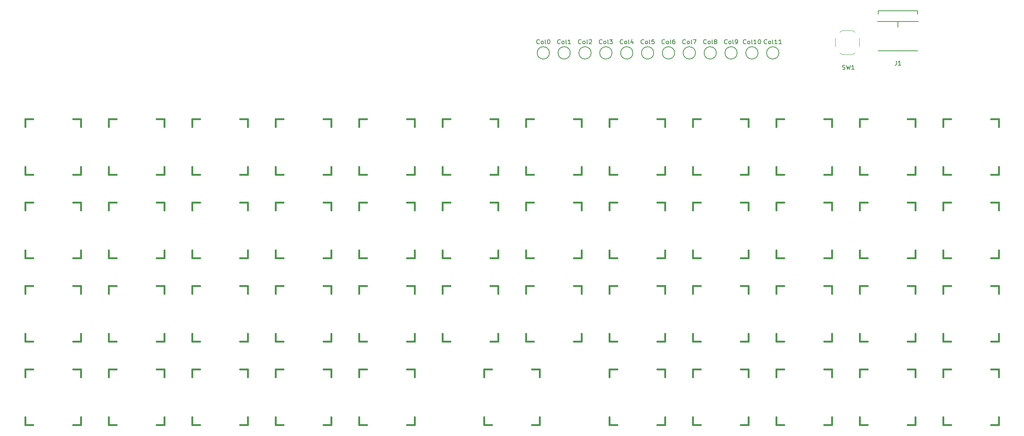
<source format=gbr>
G04 #@! TF.GenerationSoftware,KiCad,Pcbnew,(5.1.0)-1*
G04 #@! TF.CreationDate,2020-08-28T07:36:50-04:00*
G04 #@! TF.ProjectId,keyboard,6b657962-6f61-4726-942e-6b696361645f,rev?*
G04 #@! TF.SameCoordinates,Original*
G04 #@! TF.FileFunction,Legend,Top*
G04 #@! TF.FilePolarity,Positive*
%FSLAX46Y46*%
G04 Gerber Fmt 4.6, Leading zero omitted, Abs format (unit mm)*
G04 Created by KiCad (PCBNEW (5.1.0)-1) date 2020-08-28 07:36:50*
%MOMM*%
%LPD*%
G04 APERTURE LIST*
%ADD10C,0.150000*%
%ADD11C,0.381000*%
%ADD12C,0.120000*%
G04 APERTURE END LIST*
D10*
X226081250Y-30956250D02*
X216831250Y-30956250D01*
X225931250Y-37616250D02*
X216981250Y-37616250D01*
X216976250Y-29206250D02*
X216981250Y-28446250D01*
X225931250Y-28446250D02*
X216981250Y-28446250D01*
X225931250Y-28446250D02*
X225936250Y-29206250D01*
X221456250Y-30956250D02*
X221456250Y-32226250D01*
D11*
X22225000Y-54959250D02*
X22225000Y-53181250D01*
X22225000Y-65881250D02*
X22225000Y-64103250D01*
X24003000Y-65881250D02*
X22225000Y-65881250D01*
X34925000Y-65881250D02*
X33147000Y-65881250D01*
X34925000Y-64103250D02*
X34925000Y-65881250D01*
X34925000Y-53181250D02*
X34925000Y-54959250D01*
X33147000Y-53181250D02*
X34925000Y-53181250D01*
X22225000Y-53181250D02*
X24003000Y-53181250D01*
X41275000Y-53181250D02*
X43053000Y-53181250D01*
X52197000Y-53181250D02*
X53975000Y-53181250D01*
X53975000Y-53181250D02*
X53975000Y-54959250D01*
X53975000Y-64103250D02*
X53975000Y-65881250D01*
X53975000Y-65881250D02*
X52197000Y-65881250D01*
X43053000Y-65881250D02*
X41275000Y-65881250D01*
X41275000Y-65881250D02*
X41275000Y-64103250D01*
X41275000Y-54959250D02*
X41275000Y-53181250D01*
X60325000Y-54959250D02*
X60325000Y-53181250D01*
X60325000Y-65881250D02*
X60325000Y-64103250D01*
X62103000Y-65881250D02*
X60325000Y-65881250D01*
X73025000Y-65881250D02*
X71247000Y-65881250D01*
X73025000Y-64103250D02*
X73025000Y-65881250D01*
X73025000Y-53181250D02*
X73025000Y-54959250D01*
X71247000Y-53181250D02*
X73025000Y-53181250D01*
X60325000Y-53181250D02*
X62103000Y-53181250D01*
X79375000Y-53181250D02*
X81153000Y-53181250D01*
X90297000Y-53181250D02*
X92075000Y-53181250D01*
X92075000Y-53181250D02*
X92075000Y-54959250D01*
X92075000Y-64103250D02*
X92075000Y-65881250D01*
X92075000Y-65881250D02*
X90297000Y-65881250D01*
X81153000Y-65881250D02*
X79375000Y-65881250D01*
X79375000Y-65881250D02*
X79375000Y-64103250D01*
X79375000Y-54959250D02*
X79375000Y-53181250D01*
X98425000Y-54959250D02*
X98425000Y-53181250D01*
X98425000Y-65881250D02*
X98425000Y-64103250D01*
X100203000Y-65881250D02*
X98425000Y-65881250D01*
X111125000Y-65881250D02*
X109347000Y-65881250D01*
X111125000Y-64103250D02*
X111125000Y-65881250D01*
X111125000Y-53181250D02*
X111125000Y-54959250D01*
X109347000Y-53181250D02*
X111125000Y-53181250D01*
X98425000Y-53181250D02*
X100203000Y-53181250D01*
X117475000Y-53181250D02*
X119253000Y-53181250D01*
X128397000Y-53181250D02*
X130175000Y-53181250D01*
X130175000Y-53181250D02*
X130175000Y-54959250D01*
X130175000Y-64103250D02*
X130175000Y-65881250D01*
X130175000Y-65881250D02*
X128397000Y-65881250D01*
X119253000Y-65881250D02*
X117475000Y-65881250D01*
X117475000Y-65881250D02*
X117475000Y-64103250D01*
X117475000Y-54959250D02*
X117475000Y-53181250D01*
X136525000Y-54959250D02*
X136525000Y-53181250D01*
X136525000Y-65881250D02*
X136525000Y-64103250D01*
X138303000Y-65881250D02*
X136525000Y-65881250D01*
X149225000Y-65881250D02*
X147447000Y-65881250D01*
X149225000Y-64103250D02*
X149225000Y-65881250D01*
X149225000Y-53181250D02*
X149225000Y-54959250D01*
X147447000Y-53181250D02*
X149225000Y-53181250D01*
X136525000Y-53181250D02*
X138303000Y-53181250D01*
X155575000Y-53181250D02*
X157353000Y-53181250D01*
X166497000Y-53181250D02*
X168275000Y-53181250D01*
X168275000Y-53181250D02*
X168275000Y-54959250D01*
X168275000Y-64103250D02*
X168275000Y-65881250D01*
X168275000Y-65881250D02*
X166497000Y-65881250D01*
X157353000Y-65881250D02*
X155575000Y-65881250D01*
X155575000Y-65881250D02*
X155575000Y-64103250D01*
X155575000Y-54959250D02*
X155575000Y-53181250D01*
X174625000Y-54959250D02*
X174625000Y-53181250D01*
X174625000Y-65881250D02*
X174625000Y-64103250D01*
X176403000Y-65881250D02*
X174625000Y-65881250D01*
X187325000Y-65881250D02*
X185547000Y-65881250D01*
X187325000Y-64103250D02*
X187325000Y-65881250D01*
X187325000Y-53181250D02*
X187325000Y-54959250D01*
X185547000Y-53181250D02*
X187325000Y-53181250D01*
X174625000Y-53181250D02*
X176403000Y-53181250D01*
X193675000Y-53181250D02*
X195453000Y-53181250D01*
X204597000Y-53181250D02*
X206375000Y-53181250D01*
X206375000Y-53181250D02*
X206375000Y-54959250D01*
X206375000Y-64103250D02*
X206375000Y-65881250D01*
X206375000Y-65881250D02*
X204597000Y-65881250D01*
X195453000Y-65881250D02*
X193675000Y-65881250D01*
X193675000Y-65881250D02*
X193675000Y-64103250D01*
X193675000Y-54959250D02*
X193675000Y-53181250D01*
X212725000Y-54959250D02*
X212725000Y-53181250D01*
X212725000Y-65881250D02*
X212725000Y-64103250D01*
X214503000Y-65881250D02*
X212725000Y-65881250D01*
X225425000Y-65881250D02*
X223647000Y-65881250D01*
X225425000Y-64103250D02*
X225425000Y-65881250D01*
X225425000Y-53181250D02*
X225425000Y-54959250D01*
X223647000Y-53181250D02*
X225425000Y-53181250D01*
X212725000Y-53181250D02*
X214503000Y-53181250D01*
X231775000Y-53181250D02*
X233553000Y-53181250D01*
X242697000Y-53181250D02*
X244475000Y-53181250D01*
X244475000Y-53181250D02*
X244475000Y-54959250D01*
X244475000Y-64103250D02*
X244475000Y-65881250D01*
X244475000Y-65881250D02*
X242697000Y-65881250D01*
X233553000Y-65881250D02*
X231775000Y-65881250D01*
X231775000Y-65881250D02*
X231775000Y-64103250D01*
X231775000Y-54959250D02*
X231775000Y-53181250D01*
X22225000Y-72231250D02*
X24003000Y-72231250D01*
X33147000Y-72231250D02*
X34925000Y-72231250D01*
X34925000Y-72231250D02*
X34925000Y-74009250D01*
X34925000Y-83153250D02*
X34925000Y-84931250D01*
X34925000Y-84931250D02*
X33147000Y-84931250D01*
X24003000Y-84931250D02*
X22225000Y-84931250D01*
X22225000Y-84931250D02*
X22225000Y-83153250D01*
X22225000Y-74009250D02*
X22225000Y-72231250D01*
X60325000Y-74009250D02*
X60325000Y-72231250D01*
X60325000Y-84931250D02*
X60325000Y-83153250D01*
X62103000Y-84931250D02*
X60325000Y-84931250D01*
X73025000Y-84931250D02*
X71247000Y-84931250D01*
X73025000Y-83153250D02*
X73025000Y-84931250D01*
X73025000Y-72231250D02*
X73025000Y-74009250D01*
X71247000Y-72231250D02*
X73025000Y-72231250D01*
X60325000Y-72231250D02*
X62103000Y-72231250D01*
X79375000Y-72231250D02*
X81153000Y-72231250D01*
X90297000Y-72231250D02*
X92075000Y-72231250D01*
X92075000Y-72231250D02*
X92075000Y-74009250D01*
X92075000Y-83153250D02*
X92075000Y-84931250D01*
X92075000Y-84931250D02*
X90297000Y-84931250D01*
X81153000Y-84931250D02*
X79375000Y-84931250D01*
X79375000Y-84931250D02*
X79375000Y-83153250D01*
X79375000Y-74009250D02*
X79375000Y-72231250D01*
X98425000Y-74009250D02*
X98425000Y-72231250D01*
X98425000Y-84931250D02*
X98425000Y-83153250D01*
X100203000Y-84931250D02*
X98425000Y-84931250D01*
X111125000Y-84931250D02*
X109347000Y-84931250D01*
X111125000Y-83153250D02*
X111125000Y-84931250D01*
X111125000Y-72231250D02*
X111125000Y-74009250D01*
X109347000Y-72231250D02*
X111125000Y-72231250D01*
X98425000Y-72231250D02*
X100203000Y-72231250D01*
X117475000Y-72231250D02*
X119253000Y-72231250D01*
X128397000Y-72231250D02*
X130175000Y-72231250D01*
X130175000Y-72231250D02*
X130175000Y-74009250D01*
X130175000Y-83153250D02*
X130175000Y-84931250D01*
X130175000Y-84931250D02*
X128397000Y-84931250D01*
X119253000Y-84931250D02*
X117475000Y-84931250D01*
X117475000Y-84931250D02*
X117475000Y-83153250D01*
X117475000Y-74009250D02*
X117475000Y-72231250D01*
X136525000Y-74009250D02*
X136525000Y-72231250D01*
X136525000Y-84931250D02*
X136525000Y-83153250D01*
X138303000Y-84931250D02*
X136525000Y-84931250D01*
X149225000Y-84931250D02*
X147447000Y-84931250D01*
X149225000Y-83153250D02*
X149225000Y-84931250D01*
X149225000Y-72231250D02*
X149225000Y-74009250D01*
X147447000Y-72231250D02*
X149225000Y-72231250D01*
X136525000Y-72231250D02*
X138303000Y-72231250D01*
X155575000Y-72231250D02*
X157353000Y-72231250D01*
X166497000Y-72231250D02*
X168275000Y-72231250D01*
X168275000Y-72231250D02*
X168275000Y-74009250D01*
X168275000Y-83153250D02*
X168275000Y-84931250D01*
X168275000Y-84931250D02*
X166497000Y-84931250D01*
X157353000Y-84931250D02*
X155575000Y-84931250D01*
X155575000Y-84931250D02*
X155575000Y-83153250D01*
X155575000Y-74009250D02*
X155575000Y-72231250D01*
X174625000Y-74009250D02*
X174625000Y-72231250D01*
X174625000Y-84931250D02*
X174625000Y-83153250D01*
X176403000Y-84931250D02*
X174625000Y-84931250D01*
X187325000Y-84931250D02*
X185547000Y-84931250D01*
X187325000Y-83153250D02*
X187325000Y-84931250D01*
X187325000Y-72231250D02*
X187325000Y-74009250D01*
X185547000Y-72231250D02*
X187325000Y-72231250D01*
X174625000Y-72231250D02*
X176403000Y-72231250D01*
X193675000Y-72231250D02*
X195453000Y-72231250D01*
X204597000Y-72231250D02*
X206375000Y-72231250D01*
X206375000Y-72231250D02*
X206375000Y-74009250D01*
X206375000Y-83153250D02*
X206375000Y-84931250D01*
X206375000Y-84931250D02*
X204597000Y-84931250D01*
X195453000Y-84931250D02*
X193675000Y-84931250D01*
X193675000Y-84931250D02*
X193675000Y-83153250D01*
X193675000Y-74009250D02*
X193675000Y-72231250D01*
X212725000Y-74009250D02*
X212725000Y-72231250D01*
X212725000Y-84931250D02*
X212725000Y-83153250D01*
X214503000Y-84931250D02*
X212725000Y-84931250D01*
X225425000Y-84931250D02*
X223647000Y-84931250D01*
X225425000Y-83153250D02*
X225425000Y-84931250D01*
X225425000Y-72231250D02*
X225425000Y-74009250D01*
X223647000Y-72231250D02*
X225425000Y-72231250D01*
X212725000Y-72231250D02*
X214503000Y-72231250D01*
X231775000Y-74009250D02*
X231775000Y-72231250D01*
X231775000Y-84931250D02*
X231775000Y-83153250D01*
X233553000Y-84931250D02*
X231775000Y-84931250D01*
X244475000Y-84931250D02*
X242697000Y-84931250D01*
X244475000Y-83153250D02*
X244475000Y-84931250D01*
X244475000Y-72231250D02*
X244475000Y-74009250D01*
X242697000Y-72231250D02*
X244475000Y-72231250D01*
X231775000Y-72231250D02*
X233553000Y-72231250D01*
X22225000Y-91281250D02*
X24003000Y-91281250D01*
X33147000Y-91281250D02*
X34925000Y-91281250D01*
X34925000Y-91281250D02*
X34925000Y-93059250D01*
X34925000Y-102203250D02*
X34925000Y-103981250D01*
X34925000Y-103981250D02*
X33147000Y-103981250D01*
X24003000Y-103981250D02*
X22225000Y-103981250D01*
X22225000Y-103981250D02*
X22225000Y-102203250D01*
X22225000Y-93059250D02*
X22225000Y-91281250D01*
X41275000Y-91281250D02*
X43053000Y-91281250D01*
X52197000Y-91281250D02*
X53975000Y-91281250D01*
X53975000Y-91281250D02*
X53975000Y-93059250D01*
X53975000Y-102203250D02*
X53975000Y-103981250D01*
X53975000Y-103981250D02*
X52197000Y-103981250D01*
X43053000Y-103981250D02*
X41275000Y-103981250D01*
X41275000Y-103981250D02*
X41275000Y-102203250D01*
X41275000Y-93059250D02*
X41275000Y-91281250D01*
X60325000Y-93059250D02*
X60325000Y-91281250D01*
X60325000Y-103981250D02*
X60325000Y-102203250D01*
X62103000Y-103981250D02*
X60325000Y-103981250D01*
X73025000Y-103981250D02*
X71247000Y-103981250D01*
X73025000Y-102203250D02*
X73025000Y-103981250D01*
X73025000Y-91281250D02*
X73025000Y-93059250D01*
X71247000Y-91281250D02*
X73025000Y-91281250D01*
X60325000Y-91281250D02*
X62103000Y-91281250D01*
X79375000Y-91281250D02*
X81153000Y-91281250D01*
X90297000Y-91281250D02*
X92075000Y-91281250D01*
X92075000Y-91281250D02*
X92075000Y-93059250D01*
X92075000Y-102203250D02*
X92075000Y-103981250D01*
X92075000Y-103981250D02*
X90297000Y-103981250D01*
X81153000Y-103981250D02*
X79375000Y-103981250D01*
X79375000Y-103981250D02*
X79375000Y-102203250D01*
X79375000Y-93059250D02*
X79375000Y-91281250D01*
X98425000Y-93059250D02*
X98425000Y-91281250D01*
X98425000Y-103981250D02*
X98425000Y-102203250D01*
X100203000Y-103981250D02*
X98425000Y-103981250D01*
X111125000Y-103981250D02*
X109347000Y-103981250D01*
X111125000Y-102203250D02*
X111125000Y-103981250D01*
X111125000Y-91281250D02*
X111125000Y-93059250D01*
X109347000Y-91281250D02*
X111125000Y-91281250D01*
X98425000Y-91281250D02*
X100203000Y-91281250D01*
X117475000Y-93059250D02*
X117475000Y-91281250D01*
X117475000Y-103981250D02*
X117475000Y-102203250D01*
X119253000Y-103981250D02*
X117475000Y-103981250D01*
X130175000Y-103981250D02*
X128397000Y-103981250D01*
X130175000Y-102203250D02*
X130175000Y-103981250D01*
X130175000Y-91281250D02*
X130175000Y-93059250D01*
X128397000Y-91281250D02*
X130175000Y-91281250D01*
X117475000Y-91281250D02*
X119253000Y-91281250D01*
X136525000Y-93059250D02*
X136525000Y-91281250D01*
X136525000Y-103981250D02*
X136525000Y-102203250D01*
X138303000Y-103981250D02*
X136525000Y-103981250D01*
X149225000Y-103981250D02*
X147447000Y-103981250D01*
X149225000Y-102203250D02*
X149225000Y-103981250D01*
X149225000Y-91281250D02*
X149225000Y-93059250D01*
X147447000Y-91281250D02*
X149225000Y-91281250D01*
X136525000Y-91281250D02*
X138303000Y-91281250D01*
X155575000Y-93059250D02*
X155575000Y-91281250D01*
X155575000Y-103981250D02*
X155575000Y-102203250D01*
X157353000Y-103981250D02*
X155575000Y-103981250D01*
X168275000Y-103981250D02*
X166497000Y-103981250D01*
X168275000Y-102203250D02*
X168275000Y-103981250D01*
X168275000Y-91281250D02*
X168275000Y-93059250D01*
X166497000Y-91281250D02*
X168275000Y-91281250D01*
X155575000Y-91281250D02*
X157353000Y-91281250D01*
X174625000Y-91281250D02*
X176403000Y-91281250D01*
X185547000Y-91281250D02*
X187325000Y-91281250D01*
X187325000Y-91281250D02*
X187325000Y-93059250D01*
X187325000Y-102203250D02*
X187325000Y-103981250D01*
X187325000Y-103981250D02*
X185547000Y-103981250D01*
X176403000Y-103981250D02*
X174625000Y-103981250D01*
X174625000Y-103981250D02*
X174625000Y-102203250D01*
X174625000Y-93059250D02*
X174625000Y-91281250D01*
X193675000Y-91281250D02*
X195453000Y-91281250D01*
X204597000Y-91281250D02*
X206375000Y-91281250D01*
X206375000Y-91281250D02*
X206375000Y-93059250D01*
X206375000Y-102203250D02*
X206375000Y-103981250D01*
X206375000Y-103981250D02*
X204597000Y-103981250D01*
X195453000Y-103981250D02*
X193675000Y-103981250D01*
X193675000Y-103981250D02*
X193675000Y-102203250D01*
X193675000Y-93059250D02*
X193675000Y-91281250D01*
X212725000Y-93059250D02*
X212725000Y-91281250D01*
X212725000Y-103981250D02*
X212725000Y-102203250D01*
X214503000Y-103981250D02*
X212725000Y-103981250D01*
X225425000Y-103981250D02*
X223647000Y-103981250D01*
X225425000Y-102203250D02*
X225425000Y-103981250D01*
X225425000Y-91281250D02*
X225425000Y-93059250D01*
X223647000Y-91281250D02*
X225425000Y-91281250D01*
X212725000Y-91281250D02*
X214503000Y-91281250D01*
X231775000Y-91281250D02*
X233553000Y-91281250D01*
X242697000Y-91281250D02*
X244475000Y-91281250D01*
X244475000Y-91281250D02*
X244475000Y-93059250D01*
X244475000Y-102203250D02*
X244475000Y-103981250D01*
X244475000Y-103981250D02*
X242697000Y-103981250D01*
X233553000Y-103981250D02*
X231775000Y-103981250D01*
X231775000Y-103981250D02*
X231775000Y-102203250D01*
X231775000Y-93059250D02*
X231775000Y-91281250D01*
X22225000Y-112109250D02*
X22225000Y-110331250D01*
X22225000Y-123031250D02*
X22225000Y-121253250D01*
X24003000Y-123031250D02*
X22225000Y-123031250D01*
X34925000Y-123031250D02*
X33147000Y-123031250D01*
X34925000Y-121253250D02*
X34925000Y-123031250D01*
X34925000Y-110331250D02*
X34925000Y-112109250D01*
X33147000Y-110331250D02*
X34925000Y-110331250D01*
X22225000Y-110331250D02*
X24003000Y-110331250D01*
X41275000Y-110331250D02*
X43053000Y-110331250D01*
X52197000Y-110331250D02*
X53975000Y-110331250D01*
X53975000Y-110331250D02*
X53975000Y-112109250D01*
X53975000Y-121253250D02*
X53975000Y-123031250D01*
X53975000Y-123031250D02*
X52197000Y-123031250D01*
X43053000Y-123031250D02*
X41275000Y-123031250D01*
X41275000Y-123031250D02*
X41275000Y-121253250D01*
X41275000Y-112109250D02*
X41275000Y-110331250D01*
X60325000Y-112109250D02*
X60325000Y-110331250D01*
X60325000Y-123031250D02*
X60325000Y-121253250D01*
X62103000Y-123031250D02*
X60325000Y-123031250D01*
X73025000Y-123031250D02*
X71247000Y-123031250D01*
X73025000Y-121253250D02*
X73025000Y-123031250D01*
X73025000Y-110331250D02*
X73025000Y-112109250D01*
X71247000Y-110331250D02*
X73025000Y-110331250D01*
X60325000Y-110331250D02*
X62103000Y-110331250D01*
X79375000Y-110331250D02*
X81153000Y-110331250D01*
X90297000Y-110331250D02*
X92075000Y-110331250D01*
X92075000Y-110331250D02*
X92075000Y-112109250D01*
X92075000Y-121253250D02*
X92075000Y-123031250D01*
X92075000Y-123031250D02*
X90297000Y-123031250D01*
X81153000Y-123031250D02*
X79375000Y-123031250D01*
X79375000Y-123031250D02*
X79375000Y-121253250D01*
X79375000Y-112109250D02*
X79375000Y-110331250D01*
X98425000Y-110331250D02*
X100203000Y-110331250D01*
X109347000Y-110331250D02*
X111125000Y-110331250D01*
X111125000Y-110331250D02*
X111125000Y-112109250D01*
X111125000Y-121253250D02*
X111125000Y-123031250D01*
X111125000Y-123031250D02*
X109347000Y-123031250D01*
X100203000Y-123031250D02*
X98425000Y-123031250D01*
X98425000Y-123031250D02*
X98425000Y-121253250D01*
X98425000Y-112109250D02*
X98425000Y-110331250D01*
X155575000Y-112109250D02*
X155575000Y-110331250D01*
X155575000Y-123031250D02*
X155575000Y-121253250D01*
X157353000Y-123031250D02*
X155575000Y-123031250D01*
X168275000Y-123031250D02*
X166497000Y-123031250D01*
X168275000Y-121253250D02*
X168275000Y-123031250D01*
X168275000Y-110331250D02*
X168275000Y-112109250D01*
X166497000Y-110331250D02*
X168275000Y-110331250D01*
X155575000Y-110331250D02*
X157353000Y-110331250D01*
X174625000Y-110331250D02*
X176403000Y-110331250D01*
X185547000Y-110331250D02*
X187325000Y-110331250D01*
X187325000Y-110331250D02*
X187325000Y-112109250D01*
X187325000Y-121253250D02*
X187325000Y-123031250D01*
X187325000Y-123031250D02*
X185547000Y-123031250D01*
X176403000Y-123031250D02*
X174625000Y-123031250D01*
X174625000Y-123031250D02*
X174625000Y-121253250D01*
X174625000Y-112109250D02*
X174625000Y-110331250D01*
X193675000Y-110331250D02*
X195453000Y-110331250D01*
X204597000Y-110331250D02*
X206375000Y-110331250D01*
X206375000Y-110331250D02*
X206375000Y-112109250D01*
X206375000Y-121253250D02*
X206375000Y-123031250D01*
X206375000Y-123031250D02*
X204597000Y-123031250D01*
X195453000Y-123031250D02*
X193675000Y-123031250D01*
X193675000Y-123031250D02*
X193675000Y-121253250D01*
X193675000Y-112109250D02*
X193675000Y-110331250D01*
X212725000Y-112109250D02*
X212725000Y-110331250D01*
X212725000Y-123031250D02*
X212725000Y-121253250D01*
X214503000Y-123031250D02*
X212725000Y-123031250D01*
X225425000Y-123031250D02*
X223647000Y-123031250D01*
X225425000Y-121253250D02*
X225425000Y-123031250D01*
X225425000Y-110331250D02*
X225425000Y-112109250D01*
X223647000Y-110331250D02*
X225425000Y-110331250D01*
X212725000Y-110331250D02*
X214503000Y-110331250D01*
X231775000Y-112109250D02*
X231775000Y-110331250D01*
X231775000Y-123031250D02*
X231775000Y-121253250D01*
X233553000Y-123031250D02*
X231775000Y-123031250D01*
X244475000Y-123031250D02*
X242697000Y-123031250D01*
X244475000Y-121253250D02*
X244475000Y-123031250D01*
X244475000Y-110331250D02*
X244475000Y-112109250D01*
X242697000Y-110331250D02*
X244475000Y-110331250D01*
X231775000Y-110331250D02*
X233553000Y-110331250D01*
D12*
X208186550Y-38018750D02*
X208636550Y-38468750D01*
X211586550Y-38018750D02*
X211136550Y-38468750D01*
X211586550Y-33418750D02*
X211136550Y-32968750D01*
X208186550Y-33418750D02*
X208636550Y-32968750D01*
X212636550Y-34718750D02*
X212636550Y-36718750D01*
X208636550Y-38468750D02*
X211136550Y-38468750D01*
X207136550Y-34718750D02*
X207136550Y-36718750D01*
X208636550Y-32968750D02*
X211136550Y-32968750D01*
D11*
X41275000Y-74009250D02*
X41275000Y-72231250D01*
X41275000Y-84931250D02*
X41275000Y-83153250D01*
X43053000Y-84931250D02*
X41275000Y-84931250D01*
X53975000Y-84931250D02*
X52197000Y-84931250D01*
X53975000Y-83153250D02*
X53975000Y-84931250D01*
X53975000Y-72231250D02*
X53975000Y-74009250D01*
X52197000Y-72231250D02*
X53975000Y-72231250D01*
X41275000Y-72231250D02*
X43053000Y-72231250D01*
X127000000Y-112109250D02*
X127000000Y-110331250D01*
X127000000Y-123031250D02*
X127000000Y-121253250D01*
X128778000Y-123031250D02*
X127000000Y-123031250D01*
X139700000Y-123031250D02*
X137922000Y-123031250D01*
X139700000Y-121253250D02*
X139700000Y-123031250D01*
X139700000Y-110331250D02*
X139700000Y-112109250D01*
X137922000Y-110331250D02*
X139700000Y-110331250D01*
X127000000Y-110331250D02*
X128778000Y-110331250D01*
D10*
X141893750Y-38100000D02*
G75*
G03X141893750Y-38100000I-1400000J0D01*
G01*
X146656250Y-38100000D02*
G75*
G03X146656250Y-38100000I-1400000J0D01*
G01*
X151418750Y-38100000D02*
G75*
G03X151418750Y-38100000I-1400000J0D01*
G01*
X156181250Y-38100000D02*
G75*
G03X156181250Y-38100000I-1400000J0D01*
G01*
X160943750Y-38100000D02*
G75*
G03X160943750Y-38100000I-1400000J0D01*
G01*
X165706250Y-38100000D02*
G75*
G03X165706250Y-38100000I-1400000J0D01*
G01*
X170468750Y-38100000D02*
G75*
G03X170468750Y-38100000I-1400000J0D01*
G01*
X175231250Y-38100000D02*
G75*
G03X175231250Y-38100000I-1400000J0D01*
G01*
X179993750Y-38100000D02*
G75*
G03X179993750Y-38100000I-1400000J0D01*
G01*
X184756250Y-38100000D02*
G75*
G03X184756250Y-38100000I-1400000J0D01*
G01*
X189518750Y-38100000D02*
G75*
G03X189518750Y-38100000I-1400000J0D01*
G01*
X194281250Y-38100000D02*
G75*
G03X194281250Y-38100000I-1400000J0D01*
G01*
X221122916Y-39933630D02*
X221122916Y-40647916D01*
X221075297Y-40790773D01*
X220980059Y-40886011D01*
X220837202Y-40933630D01*
X220741964Y-40933630D01*
X222122916Y-40933630D02*
X221551488Y-40933630D01*
X221837202Y-40933630D02*
X221837202Y-39933630D01*
X221741964Y-40076488D01*
X221646726Y-40171726D01*
X221551488Y-40219345D01*
X208807216Y-41838511D02*
X208950073Y-41886130D01*
X209188169Y-41886130D01*
X209283407Y-41838511D01*
X209331026Y-41790892D01*
X209378645Y-41695654D01*
X209378645Y-41600416D01*
X209331026Y-41505178D01*
X209283407Y-41457559D01*
X209188169Y-41409940D01*
X208997692Y-41362321D01*
X208902454Y-41314702D01*
X208854835Y-41267083D01*
X208807216Y-41171845D01*
X208807216Y-41076607D01*
X208854835Y-40981369D01*
X208902454Y-40933750D01*
X208997692Y-40886130D01*
X209235788Y-40886130D01*
X209378645Y-40933750D01*
X209711978Y-40886130D02*
X209950073Y-41886130D01*
X210140550Y-41171845D01*
X210331026Y-41886130D01*
X210569121Y-40886130D01*
X211473883Y-41886130D02*
X210902454Y-41886130D01*
X211188169Y-41886130D02*
X211188169Y-40886130D01*
X211092930Y-41028988D01*
X210997692Y-41124226D01*
X210902454Y-41171845D01*
X139612797Y-35957142D02*
X139565178Y-36004761D01*
X139422321Y-36052380D01*
X139327083Y-36052380D01*
X139184226Y-36004761D01*
X139088988Y-35909523D01*
X139041369Y-35814285D01*
X138993750Y-35623809D01*
X138993750Y-35480952D01*
X139041369Y-35290476D01*
X139088988Y-35195238D01*
X139184226Y-35100000D01*
X139327083Y-35052380D01*
X139422321Y-35052380D01*
X139565178Y-35100000D01*
X139612797Y-35147619D01*
X140184226Y-36052380D02*
X140088988Y-36004761D01*
X140041369Y-35957142D01*
X139993750Y-35861904D01*
X139993750Y-35576190D01*
X140041369Y-35480952D01*
X140088988Y-35433333D01*
X140184226Y-35385714D01*
X140327083Y-35385714D01*
X140422321Y-35433333D01*
X140469940Y-35480952D01*
X140517559Y-35576190D01*
X140517559Y-35861904D01*
X140469940Y-35957142D01*
X140422321Y-36004761D01*
X140327083Y-36052380D01*
X140184226Y-36052380D01*
X141088988Y-36052380D02*
X140993750Y-36004761D01*
X140946130Y-35909523D01*
X140946130Y-35052380D01*
X141660416Y-35052380D02*
X141755654Y-35052380D01*
X141850892Y-35100000D01*
X141898511Y-35147619D01*
X141946130Y-35242857D01*
X141993750Y-35433333D01*
X141993750Y-35671428D01*
X141946130Y-35861904D01*
X141898511Y-35957142D01*
X141850892Y-36004761D01*
X141755654Y-36052380D01*
X141660416Y-36052380D01*
X141565178Y-36004761D01*
X141517559Y-35957142D01*
X141469940Y-35861904D01*
X141422321Y-35671428D01*
X141422321Y-35433333D01*
X141469940Y-35242857D01*
X141517559Y-35147619D01*
X141565178Y-35100000D01*
X141660416Y-35052380D01*
X144375297Y-35957142D02*
X144327678Y-36004761D01*
X144184821Y-36052380D01*
X144089583Y-36052380D01*
X143946726Y-36004761D01*
X143851488Y-35909523D01*
X143803869Y-35814285D01*
X143756250Y-35623809D01*
X143756250Y-35480952D01*
X143803869Y-35290476D01*
X143851488Y-35195238D01*
X143946726Y-35100000D01*
X144089583Y-35052380D01*
X144184821Y-35052380D01*
X144327678Y-35100000D01*
X144375297Y-35147619D01*
X144946726Y-36052380D02*
X144851488Y-36004761D01*
X144803869Y-35957142D01*
X144756250Y-35861904D01*
X144756250Y-35576190D01*
X144803869Y-35480952D01*
X144851488Y-35433333D01*
X144946726Y-35385714D01*
X145089583Y-35385714D01*
X145184821Y-35433333D01*
X145232440Y-35480952D01*
X145280059Y-35576190D01*
X145280059Y-35861904D01*
X145232440Y-35957142D01*
X145184821Y-36004761D01*
X145089583Y-36052380D01*
X144946726Y-36052380D01*
X145851488Y-36052380D02*
X145756250Y-36004761D01*
X145708630Y-35909523D01*
X145708630Y-35052380D01*
X146756250Y-36052380D02*
X146184821Y-36052380D01*
X146470535Y-36052380D02*
X146470535Y-35052380D01*
X146375297Y-35195238D01*
X146280059Y-35290476D01*
X146184821Y-35338095D01*
X149137797Y-35957142D02*
X149090178Y-36004761D01*
X148947321Y-36052380D01*
X148852083Y-36052380D01*
X148709226Y-36004761D01*
X148613988Y-35909523D01*
X148566369Y-35814285D01*
X148518750Y-35623809D01*
X148518750Y-35480952D01*
X148566369Y-35290476D01*
X148613988Y-35195238D01*
X148709226Y-35100000D01*
X148852083Y-35052380D01*
X148947321Y-35052380D01*
X149090178Y-35100000D01*
X149137797Y-35147619D01*
X149709226Y-36052380D02*
X149613988Y-36004761D01*
X149566369Y-35957142D01*
X149518750Y-35861904D01*
X149518750Y-35576190D01*
X149566369Y-35480952D01*
X149613988Y-35433333D01*
X149709226Y-35385714D01*
X149852083Y-35385714D01*
X149947321Y-35433333D01*
X149994940Y-35480952D01*
X150042559Y-35576190D01*
X150042559Y-35861904D01*
X149994940Y-35957142D01*
X149947321Y-36004761D01*
X149852083Y-36052380D01*
X149709226Y-36052380D01*
X150613988Y-36052380D02*
X150518750Y-36004761D01*
X150471130Y-35909523D01*
X150471130Y-35052380D01*
X150947321Y-35147619D02*
X150994940Y-35100000D01*
X151090178Y-35052380D01*
X151328273Y-35052380D01*
X151423511Y-35100000D01*
X151471130Y-35147619D01*
X151518750Y-35242857D01*
X151518750Y-35338095D01*
X151471130Y-35480952D01*
X150899702Y-36052380D01*
X151518750Y-36052380D01*
X153900297Y-35957142D02*
X153852678Y-36004761D01*
X153709821Y-36052380D01*
X153614583Y-36052380D01*
X153471726Y-36004761D01*
X153376488Y-35909523D01*
X153328869Y-35814285D01*
X153281250Y-35623809D01*
X153281250Y-35480952D01*
X153328869Y-35290476D01*
X153376488Y-35195238D01*
X153471726Y-35100000D01*
X153614583Y-35052380D01*
X153709821Y-35052380D01*
X153852678Y-35100000D01*
X153900297Y-35147619D01*
X154471726Y-36052380D02*
X154376488Y-36004761D01*
X154328869Y-35957142D01*
X154281250Y-35861904D01*
X154281250Y-35576190D01*
X154328869Y-35480952D01*
X154376488Y-35433333D01*
X154471726Y-35385714D01*
X154614583Y-35385714D01*
X154709821Y-35433333D01*
X154757440Y-35480952D01*
X154805059Y-35576190D01*
X154805059Y-35861904D01*
X154757440Y-35957142D01*
X154709821Y-36004761D01*
X154614583Y-36052380D01*
X154471726Y-36052380D01*
X155376488Y-36052380D02*
X155281250Y-36004761D01*
X155233630Y-35909523D01*
X155233630Y-35052380D01*
X155662202Y-35052380D02*
X156281250Y-35052380D01*
X155947916Y-35433333D01*
X156090773Y-35433333D01*
X156186011Y-35480952D01*
X156233630Y-35528571D01*
X156281250Y-35623809D01*
X156281250Y-35861904D01*
X156233630Y-35957142D01*
X156186011Y-36004761D01*
X156090773Y-36052380D01*
X155805059Y-36052380D01*
X155709821Y-36004761D01*
X155662202Y-35957142D01*
X158662797Y-35957142D02*
X158615178Y-36004761D01*
X158472321Y-36052380D01*
X158377083Y-36052380D01*
X158234226Y-36004761D01*
X158138988Y-35909523D01*
X158091369Y-35814285D01*
X158043750Y-35623809D01*
X158043750Y-35480952D01*
X158091369Y-35290476D01*
X158138988Y-35195238D01*
X158234226Y-35100000D01*
X158377083Y-35052380D01*
X158472321Y-35052380D01*
X158615178Y-35100000D01*
X158662797Y-35147619D01*
X159234226Y-36052380D02*
X159138988Y-36004761D01*
X159091369Y-35957142D01*
X159043750Y-35861904D01*
X159043750Y-35576190D01*
X159091369Y-35480952D01*
X159138988Y-35433333D01*
X159234226Y-35385714D01*
X159377083Y-35385714D01*
X159472321Y-35433333D01*
X159519940Y-35480952D01*
X159567559Y-35576190D01*
X159567559Y-35861904D01*
X159519940Y-35957142D01*
X159472321Y-36004761D01*
X159377083Y-36052380D01*
X159234226Y-36052380D01*
X160138988Y-36052380D02*
X160043750Y-36004761D01*
X159996130Y-35909523D01*
X159996130Y-35052380D01*
X160948511Y-35385714D02*
X160948511Y-36052380D01*
X160710416Y-35004761D02*
X160472321Y-35719047D01*
X161091369Y-35719047D01*
X163425297Y-35957142D02*
X163377678Y-36004761D01*
X163234821Y-36052380D01*
X163139583Y-36052380D01*
X162996726Y-36004761D01*
X162901488Y-35909523D01*
X162853869Y-35814285D01*
X162806250Y-35623809D01*
X162806250Y-35480952D01*
X162853869Y-35290476D01*
X162901488Y-35195238D01*
X162996726Y-35100000D01*
X163139583Y-35052380D01*
X163234821Y-35052380D01*
X163377678Y-35100000D01*
X163425297Y-35147619D01*
X163996726Y-36052380D02*
X163901488Y-36004761D01*
X163853869Y-35957142D01*
X163806250Y-35861904D01*
X163806250Y-35576190D01*
X163853869Y-35480952D01*
X163901488Y-35433333D01*
X163996726Y-35385714D01*
X164139583Y-35385714D01*
X164234821Y-35433333D01*
X164282440Y-35480952D01*
X164330059Y-35576190D01*
X164330059Y-35861904D01*
X164282440Y-35957142D01*
X164234821Y-36004761D01*
X164139583Y-36052380D01*
X163996726Y-36052380D01*
X164901488Y-36052380D02*
X164806250Y-36004761D01*
X164758630Y-35909523D01*
X164758630Y-35052380D01*
X165758630Y-35052380D02*
X165282440Y-35052380D01*
X165234821Y-35528571D01*
X165282440Y-35480952D01*
X165377678Y-35433333D01*
X165615773Y-35433333D01*
X165711011Y-35480952D01*
X165758630Y-35528571D01*
X165806250Y-35623809D01*
X165806250Y-35861904D01*
X165758630Y-35957142D01*
X165711011Y-36004761D01*
X165615773Y-36052380D01*
X165377678Y-36052380D01*
X165282440Y-36004761D01*
X165234821Y-35957142D01*
X168187797Y-35957142D02*
X168140178Y-36004761D01*
X167997321Y-36052380D01*
X167902083Y-36052380D01*
X167759226Y-36004761D01*
X167663988Y-35909523D01*
X167616369Y-35814285D01*
X167568750Y-35623809D01*
X167568750Y-35480952D01*
X167616369Y-35290476D01*
X167663988Y-35195238D01*
X167759226Y-35100000D01*
X167902083Y-35052380D01*
X167997321Y-35052380D01*
X168140178Y-35100000D01*
X168187797Y-35147619D01*
X168759226Y-36052380D02*
X168663988Y-36004761D01*
X168616369Y-35957142D01*
X168568750Y-35861904D01*
X168568750Y-35576190D01*
X168616369Y-35480952D01*
X168663988Y-35433333D01*
X168759226Y-35385714D01*
X168902083Y-35385714D01*
X168997321Y-35433333D01*
X169044940Y-35480952D01*
X169092559Y-35576190D01*
X169092559Y-35861904D01*
X169044940Y-35957142D01*
X168997321Y-36004761D01*
X168902083Y-36052380D01*
X168759226Y-36052380D01*
X169663988Y-36052380D02*
X169568750Y-36004761D01*
X169521130Y-35909523D01*
X169521130Y-35052380D01*
X170473511Y-35052380D02*
X170283035Y-35052380D01*
X170187797Y-35100000D01*
X170140178Y-35147619D01*
X170044940Y-35290476D01*
X169997321Y-35480952D01*
X169997321Y-35861904D01*
X170044940Y-35957142D01*
X170092559Y-36004761D01*
X170187797Y-36052380D01*
X170378273Y-36052380D01*
X170473511Y-36004761D01*
X170521130Y-35957142D01*
X170568750Y-35861904D01*
X170568750Y-35623809D01*
X170521130Y-35528571D01*
X170473511Y-35480952D01*
X170378273Y-35433333D01*
X170187797Y-35433333D01*
X170092559Y-35480952D01*
X170044940Y-35528571D01*
X169997321Y-35623809D01*
X172950297Y-35957142D02*
X172902678Y-36004761D01*
X172759821Y-36052380D01*
X172664583Y-36052380D01*
X172521726Y-36004761D01*
X172426488Y-35909523D01*
X172378869Y-35814285D01*
X172331250Y-35623809D01*
X172331250Y-35480952D01*
X172378869Y-35290476D01*
X172426488Y-35195238D01*
X172521726Y-35100000D01*
X172664583Y-35052380D01*
X172759821Y-35052380D01*
X172902678Y-35100000D01*
X172950297Y-35147619D01*
X173521726Y-36052380D02*
X173426488Y-36004761D01*
X173378869Y-35957142D01*
X173331250Y-35861904D01*
X173331250Y-35576190D01*
X173378869Y-35480952D01*
X173426488Y-35433333D01*
X173521726Y-35385714D01*
X173664583Y-35385714D01*
X173759821Y-35433333D01*
X173807440Y-35480952D01*
X173855059Y-35576190D01*
X173855059Y-35861904D01*
X173807440Y-35957142D01*
X173759821Y-36004761D01*
X173664583Y-36052380D01*
X173521726Y-36052380D01*
X174426488Y-36052380D02*
X174331250Y-36004761D01*
X174283630Y-35909523D01*
X174283630Y-35052380D01*
X174712202Y-35052380D02*
X175378869Y-35052380D01*
X174950297Y-36052380D01*
X177712797Y-35957142D02*
X177665178Y-36004761D01*
X177522321Y-36052380D01*
X177427083Y-36052380D01*
X177284226Y-36004761D01*
X177188988Y-35909523D01*
X177141369Y-35814285D01*
X177093750Y-35623809D01*
X177093750Y-35480952D01*
X177141369Y-35290476D01*
X177188988Y-35195238D01*
X177284226Y-35100000D01*
X177427083Y-35052380D01*
X177522321Y-35052380D01*
X177665178Y-35100000D01*
X177712797Y-35147619D01*
X178284226Y-36052380D02*
X178188988Y-36004761D01*
X178141369Y-35957142D01*
X178093750Y-35861904D01*
X178093750Y-35576190D01*
X178141369Y-35480952D01*
X178188988Y-35433333D01*
X178284226Y-35385714D01*
X178427083Y-35385714D01*
X178522321Y-35433333D01*
X178569940Y-35480952D01*
X178617559Y-35576190D01*
X178617559Y-35861904D01*
X178569940Y-35957142D01*
X178522321Y-36004761D01*
X178427083Y-36052380D01*
X178284226Y-36052380D01*
X179188988Y-36052380D02*
X179093750Y-36004761D01*
X179046130Y-35909523D01*
X179046130Y-35052380D01*
X179712797Y-35480952D02*
X179617559Y-35433333D01*
X179569940Y-35385714D01*
X179522321Y-35290476D01*
X179522321Y-35242857D01*
X179569940Y-35147619D01*
X179617559Y-35100000D01*
X179712797Y-35052380D01*
X179903273Y-35052380D01*
X179998511Y-35100000D01*
X180046130Y-35147619D01*
X180093750Y-35242857D01*
X180093750Y-35290476D01*
X180046130Y-35385714D01*
X179998511Y-35433333D01*
X179903273Y-35480952D01*
X179712797Y-35480952D01*
X179617559Y-35528571D01*
X179569940Y-35576190D01*
X179522321Y-35671428D01*
X179522321Y-35861904D01*
X179569940Y-35957142D01*
X179617559Y-36004761D01*
X179712797Y-36052380D01*
X179903273Y-36052380D01*
X179998511Y-36004761D01*
X180046130Y-35957142D01*
X180093750Y-35861904D01*
X180093750Y-35671428D01*
X180046130Y-35576190D01*
X179998511Y-35528571D01*
X179903273Y-35480952D01*
X182475297Y-35957142D02*
X182427678Y-36004761D01*
X182284821Y-36052380D01*
X182189583Y-36052380D01*
X182046726Y-36004761D01*
X181951488Y-35909523D01*
X181903869Y-35814285D01*
X181856250Y-35623809D01*
X181856250Y-35480952D01*
X181903869Y-35290476D01*
X181951488Y-35195238D01*
X182046726Y-35100000D01*
X182189583Y-35052380D01*
X182284821Y-35052380D01*
X182427678Y-35100000D01*
X182475297Y-35147619D01*
X183046726Y-36052380D02*
X182951488Y-36004761D01*
X182903869Y-35957142D01*
X182856250Y-35861904D01*
X182856250Y-35576190D01*
X182903869Y-35480952D01*
X182951488Y-35433333D01*
X183046726Y-35385714D01*
X183189583Y-35385714D01*
X183284821Y-35433333D01*
X183332440Y-35480952D01*
X183380059Y-35576190D01*
X183380059Y-35861904D01*
X183332440Y-35957142D01*
X183284821Y-36004761D01*
X183189583Y-36052380D01*
X183046726Y-36052380D01*
X183951488Y-36052380D02*
X183856250Y-36004761D01*
X183808630Y-35909523D01*
X183808630Y-35052380D01*
X184380059Y-36052380D02*
X184570535Y-36052380D01*
X184665773Y-36004761D01*
X184713392Y-35957142D01*
X184808630Y-35814285D01*
X184856250Y-35623809D01*
X184856250Y-35242857D01*
X184808630Y-35147619D01*
X184761011Y-35100000D01*
X184665773Y-35052380D01*
X184475297Y-35052380D01*
X184380059Y-35100000D01*
X184332440Y-35147619D01*
X184284821Y-35242857D01*
X184284821Y-35480952D01*
X184332440Y-35576190D01*
X184380059Y-35623809D01*
X184475297Y-35671428D01*
X184665773Y-35671428D01*
X184761011Y-35623809D01*
X184808630Y-35576190D01*
X184856250Y-35480952D01*
X186761607Y-35957142D02*
X186713988Y-36004761D01*
X186571130Y-36052380D01*
X186475892Y-36052380D01*
X186333035Y-36004761D01*
X186237797Y-35909523D01*
X186190178Y-35814285D01*
X186142559Y-35623809D01*
X186142559Y-35480952D01*
X186190178Y-35290476D01*
X186237797Y-35195238D01*
X186333035Y-35100000D01*
X186475892Y-35052380D01*
X186571130Y-35052380D01*
X186713988Y-35100000D01*
X186761607Y-35147619D01*
X187333035Y-36052380D02*
X187237797Y-36004761D01*
X187190178Y-35957142D01*
X187142559Y-35861904D01*
X187142559Y-35576190D01*
X187190178Y-35480952D01*
X187237797Y-35433333D01*
X187333035Y-35385714D01*
X187475892Y-35385714D01*
X187571130Y-35433333D01*
X187618750Y-35480952D01*
X187666369Y-35576190D01*
X187666369Y-35861904D01*
X187618750Y-35957142D01*
X187571130Y-36004761D01*
X187475892Y-36052380D01*
X187333035Y-36052380D01*
X188237797Y-36052380D02*
X188142559Y-36004761D01*
X188094940Y-35909523D01*
X188094940Y-35052380D01*
X189142559Y-36052380D02*
X188571130Y-36052380D01*
X188856845Y-36052380D02*
X188856845Y-35052380D01*
X188761607Y-35195238D01*
X188666369Y-35290476D01*
X188571130Y-35338095D01*
X189761607Y-35052380D02*
X189856845Y-35052380D01*
X189952083Y-35100000D01*
X189999702Y-35147619D01*
X190047321Y-35242857D01*
X190094940Y-35433333D01*
X190094940Y-35671428D01*
X190047321Y-35861904D01*
X189999702Y-35957142D01*
X189952083Y-36004761D01*
X189856845Y-36052380D01*
X189761607Y-36052380D01*
X189666369Y-36004761D01*
X189618750Y-35957142D01*
X189571130Y-35861904D01*
X189523511Y-35671428D01*
X189523511Y-35433333D01*
X189571130Y-35242857D01*
X189618750Y-35147619D01*
X189666369Y-35100000D01*
X189761607Y-35052380D01*
X191524107Y-35957142D02*
X191476488Y-36004761D01*
X191333630Y-36052380D01*
X191238392Y-36052380D01*
X191095535Y-36004761D01*
X191000297Y-35909523D01*
X190952678Y-35814285D01*
X190905059Y-35623809D01*
X190905059Y-35480952D01*
X190952678Y-35290476D01*
X191000297Y-35195238D01*
X191095535Y-35100000D01*
X191238392Y-35052380D01*
X191333630Y-35052380D01*
X191476488Y-35100000D01*
X191524107Y-35147619D01*
X192095535Y-36052380D02*
X192000297Y-36004761D01*
X191952678Y-35957142D01*
X191905059Y-35861904D01*
X191905059Y-35576190D01*
X191952678Y-35480952D01*
X192000297Y-35433333D01*
X192095535Y-35385714D01*
X192238392Y-35385714D01*
X192333630Y-35433333D01*
X192381250Y-35480952D01*
X192428869Y-35576190D01*
X192428869Y-35861904D01*
X192381250Y-35957142D01*
X192333630Y-36004761D01*
X192238392Y-36052380D01*
X192095535Y-36052380D01*
X193000297Y-36052380D02*
X192905059Y-36004761D01*
X192857440Y-35909523D01*
X192857440Y-35052380D01*
X193905059Y-36052380D02*
X193333630Y-36052380D01*
X193619345Y-36052380D02*
X193619345Y-35052380D01*
X193524107Y-35195238D01*
X193428869Y-35290476D01*
X193333630Y-35338095D01*
X194857440Y-36052380D02*
X194286011Y-36052380D01*
X194571726Y-36052380D02*
X194571726Y-35052380D01*
X194476488Y-35195238D01*
X194381250Y-35290476D01*
X194286011Y-35338095D01*
M02*

</source>
